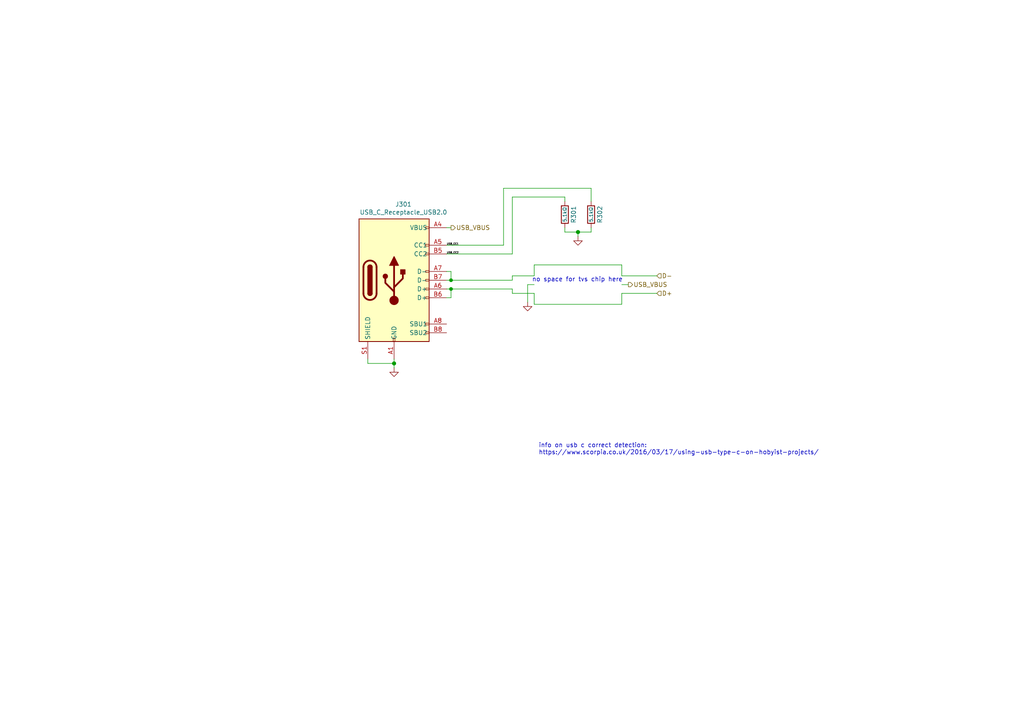
<source format=kicad_sch>
(kicad_sch (version 20230121) (generator eeschema)
  (paper "A4")
  (title_block (title "Moxie-Drive 24, vesc compatable motor controller") (date "2020-07-01") (rev "1.0") (company "Marshall Scholz"))
  (lib_symbols
    (symbol "24_control_board-rescue:GND-power-MoxiE_Control_board-rescue" (power) (pin_names (offset 0))
      (property "Value" "GND-power-MoxiE_Control_board-rescue" (at 0 -3.81 0))
      (symbol "GND-power-MoxiE_Control_board-rescue_0_1"
        (polyline (pts (xy 0 0) (xy 0 -1.27) (xy 1.27 -1.27) (xy 0 -2.54) (xy -1.27 -1.27) (xy 0 -1.27)))
      )
      (symbol "GND-power-MoxiE_Control_board-rescue_1_1"
        (pin power_in line (at 0 0 270) (length 0) hide (name "GND") (number "1"))
      )
    )
    (symbol "24_control_board-rescue:R-Device-MoxiE_Control_board-rescue" (pin_numbers hide) (pin_names (offset 0))
      (property "Reference" "R" (at 2.032 0 90))
      (property "Value" "R-Device-MoxiE_Control_board-rescue" (at 0 0 90))
      (symbol "R-Device-MoxiE_Control_board-rescue_0_1"
        (rectangle (start -1.016 -2.54) (end 1.016 2.54) (stroke (width 0.254)))
      )
      (symbol "R-Device-MoxiE_Control_board-rescue_1_1"
        (pin passive line (at 0 3.81 270) (length 1.27) (name "~") (number "1"))
        (pin passive line (at 0 -3.81 90) (length 1.27) (name "~") (number "2"))
      )
    )
    (symbol "Connector:USB_C_Receptacle_USB2.0"
      (property "Reference" "J" (at -10.16 19.05 0))
      (property "Value" "USB_C_Receptacle_USB2.0" (at 19.05 19.05 0))
      (symbol "USB_C_Receptacle_USB2.0_0_0"
        (rectangle (start -0.254 -17.78) (end 0.254 -16.764))
        (rectangle (start 10.16 -14.986) (end 9.144 -15.494))
        (rectangle (start 10.16 -12.446) (end 9.144 -12.954))
        (rectangle (start 10.16 -4.826) (end 9.144 -5.334))
        (rectangle (start 10.16 -2.286) (end 9.144 -2.794))
        (rectangle (start 10.16 0.254) (end 9.144 -0.254))
        (rectangle (start 10.16 2.794) (end 9.144 2.286))
        (rectangle (start 10.16 7.874) (end 9.144 7.366))
        (rectangle (start 10.16 10.414) (end 9.144 9.906))
        (rectangle (start 10.16 15.494) (end 9.144 14.986))
      )
      (symbol "USB_C_Receptacle_USB2.0_0_1"
        (rectangle (start -10.16 17.78) (end 10.16 -17.78) (stroke (width 0.254)) (fill (type background)))
        (arc (start -8.89 -3.81) (mid -6.985 -5.7067) (end -5.08 -3.81) (stroke (width 0.508)))
        (arc (start -7.62 -3.81) (mid -6.985 -4.4423) (end -6.35 -3.81) (stroke (width 0.254)))
        (arc (start -7.62 -3.81) (mid -6.985 -4.4423) (end -6.35 -3.81) (stroke (width 0.254)) (fill (type outline)))
        (rectangle (start -7.62 -3.81) (end -6.35 3.81) (stroke (width 0.254)) (fill (type outline)))
        (arc (start -6.35 3.81) (mid -6.985 4.4423) (end -7.62 3.81) (stroke (width 0.254)))
        (arc (start -6.35 3.81) (mid -6.985 4.4423) (end -7.62 3.81) (stroke (width 0.254)) (fill (type outline)))
        (arc (start -5.08 3.81) (mid -6.985 5.7067) (end -8.89 3.81) (stroke (width 0.508)))
        (circle (center -2.54 1.143) (radius 0.635) (stroke (width 0.254)) (fill (type outline)))
        (circle (center 0 -5.842) (radius 1.27) (fill (type outline)))
        (polyline (pts (xy -8.89 -3.81) (xy -8.89 3.81)) (stroke (width 0.508)))
        (polyline (pts (xy -5.08 3.81) (xy -5.08 -3.81)) (stroke (width 0.508)))
        (polyline (pts (xy 0 -5.842) (xy 0 4.318)) (stroke (width 0.508)))
        (polyline (pts (xy 0 -3.302) (xy -2.54 -0.762) (xy -2.54 0.508)) (stroke (width 0.508)))
        (polyline (pts (xy 0 -2.032) (xy 2.54 0.508) (xy 2.54 1.778)) (stroke (width 0.508)))
        (polyline (pts (xy -1.27 4.318) (xy 0 6.858) (xy 1.27 4.318) (xy -1.27 4.318)) (stroke (width 0.254)) (fill (type outline)))
        (rectangle (start 1.905 1.778) (end 3.175 3.048) (stroke (width 0.254)) (fill (type outline)))
      )
      (symbol "USB_C_Receptacle_USB2.0_1_1"
        (pin power_in line (at 0 -22.86 90) (length 5.08) (name "GND") (number "A1"))
        (pin passive line (at 0 -22.86 90) (length 5.08) hide (name "GND") (number "A12"))
        (pin power_in line (at 15.24 15.24 180) (length 5.08) (name "VBUS") (number "A4"))
        (pin bidirectional line (at 15.24 10.16 180) (length 5.08) (name "CC1") (number "A5"))
        (pin bidirectional line (at 15.24 -2.54 180) (length 5.08) (name "D+") (number "A6"))
        (pin bidirectional line (at 15.24 2.54 180) (length 5.08) (name "D-") (number "A7"))
        (pin bidirectional line (at 15.24 -12.7 180) (length 5.08) (name "SBU1") (number "A8"))
        (pin passive line (at 15.24 15.24 180) (length 5.08) hide (name "VBUS") (number "A9"))
        (pin passive line (at 0 -22.86 90) (length 5.08) hide (name "GND") (number "B1"))
        (pin passive line (at 0 -22.86 90) (length 5.08) hide (name "GND") (number "B12"))
        (pin passive line (at 15.24 15.24 180) (length 5.08) hide (name "VBUS") (number "B4"))
        (pin bidirectional line (at 15.24 7.62 180) (length 5.08) (name "CC2") (number "B5"))
        (pin bidirectional line (at 15.24 -5.08 180) (length 5.08) (name "D+") (number "B6"))
        (pin bidirectional line (at 15.24 0 180) (length 5.08) (name "D-") (number "B7"))
        (pin bidirectional line (at 15.24 -15.24 180) (length 5.08) (name "SBU2") (number "B8"))
        (pin passive line (at 15.24 15.24 180) (length 5.08) hide (name "VBUS") (number "B9"))
        (pin passive line (at -7.62 -22.86 90) (length 5.08) (name "SHIELD") (number "S1"))
      )
    )
  )
  (junction (at 114.3 105.41) (diameter 1.016))
  (junction (at 130.81 83.82))
  (junction (at 167.64 67.31) (diameter 1.016))
  (junction (at 130.81 81.28))
  (wire (pts (xy 148.59 73.66) (xy 148.59 57.15)))
  (wire (pts (xy 180.34 76.835) (xy 154.94 76.835)))
  (wire (pts (xy 129.54 73.66) (xy 148.59 73.66)))
  (wire (pts (xy 130.81 78.74) (xy 130.81 81.28)))
  (wire (pts (xy 154.94 88.265) (xy 180.34 88.265)))
  (wire (pts (xy 129.54 81.28) (xy 130.81 81.28)))
  (wire (pts (xy 154.94 76.835) (xy 154.94 80.01)))
  (wire (pts (xy 163.83 66.04) (xy 163.83 67.31)))
  (wire (pts (xy 129.54 78.74) (xy 130.81 78.74)))
  (wire (pts (xy 130.81 81.28) (xy 148.59 81.28)))
  (wire (pts (xy 114.3 105.41) (xy 114.3 104.14)))
  (wire (pts (xy 154.94 82.55) (xy 153.035 82.55)))
  (wire (pts (xy 153.035 82.55) (xy 153.035 87.63)))
  (wire (pts (xy 171.45 54.61) (xy 171.45 58.42)))
  (wire (pts (xy 163.83 67.31) (xy 167.64 67.31)))
  (wire (pts (xy 148.59 85.09) (xy 148.59 83.82)))
  (wire (pts (xy 129.54 86.36) (xy 130.81 86.36)))
  (wire (pts (xy 180.34 80.01) (xy 190.5 80.01)))
  (wire (pts (xy 154.94 85.09) (xy 148.59 85.09)))
  (wire (pts (xy 154.94 85.09) (xy 154.94 88.265)))
  (wire (pts (xy 167.64 68.58) (xy 167.64 67.31)))
  (wire (pts (xy 180.34 88.265) (xy 180.34 85.09)))
  (wire (pts (xy 180.34 85.09) (xy 190.5 85.09)))
  (wire (pts (xy 171.45 67.31) (xy 171.45 66.04)))
  (wire (pts (xy 106.68 105.41) (xy 114.3 105.41)))
  (wire (pts (xy 130.81 86.36) (xy 130.81 83.82)))
  (wire (pts (xy 167.64 67.31) (xy 171.45 67.31)))
  (wire (pts (xy 180.34 80.01) (xy 180.34 76.835)))
  (wire (pts (xy 129.54 83.82) (xy 130.81 83.82)))
  (wire (pts (xy 130.81 66.04) (xy 129.54 66.04)))
  (wire (pts (xy 180.34 82.55) (xy 182.245 82.55)))
  (wire (pts (xy 146.05 54.61) (xy 146.05 71.12)))
  (wire (pts (xy 171.45 54.61) (xy 146.05 54.61)))
  (wire (pts (xy 106.68 104.14) (xy 106.68 105.41)))
  (wire (pts (xy 114.3 106.68) (xy 114.3 105.41)))
  (wire (pts (xy 129.54 71.12) (xy 146.05 71.12)))
  (wire (pts (xy 148.59 80.01) (xy 154.94 80.01)))
  (wire (pts (xy 148.59 81.28) (xy 148.59 80.01)))
  (wire (pts (xy 148.59 57.15) (xy 163.83 57.15)))
  (wire (pts (xy 130.81 83.82) (xy 148.59 83.82)))
  (wire (pts (xy 163.83 58.42) (xy 163.83 57.15)))
  (text "info on usb c correct detection:\nhttps://www.scorpia.co.uk/2016/03/17/using-usb-type-c-on-hobyist-projects/" (at 156.21 132.08 0) (effects (font (size 1.27 1.27)) (justify left bottom)))
  (text "no space for tvs chip here" (at 154.305 81.915 0) (effects (font (size 1.27 1.27)) (justify left bottom)))
  (label "USB_CC2" (at 129.54 73.66 0) (effects (font (size 0.5 0.5))))
  (label "USB_CC1" (at 129.54 71.12 0) (effects (font (size 0.5 0.5))))
  (hierarchical_label "USB_VBUS" (shape output) (at 182.245 82.55 0))
  (hierarchical_label "D-" (shape input) (at 190.5 80.01 0))
  (hierarchical_label "USB_VBUS" (shape output) (at 130.81 66.04 0))
  (hierarchical_label "D+" (shape input) (at 190.5 85.09 0))
  (symbol (lib_id "24_control_board-rescue:GND-power-MoxiE_Control_board-rescue") (at 114.3 106.68 0) (unit 1)
    (property "Reference" "#PWR0301" (effects hide))
    (property "Value" "GND" (effects hide))
  )
  (symbol (lib_id "24_control_board-rescue:GND-power-MoxiE_Control_board-rescue") (at 167.64 68.58 0) (unit 1)
    (property "Reference" "#PWR0303" (effects hide))
    (property "Value" "GND" (effects hide))
  )
  (symbol (lib_id "24_control_board-rescue:GND-power-MoxiE_Control_board-rescue") (at 153.035 87.63 0) (unit 1)
    (property "Reference" "#PWR0302" (effects hide))
    (property "Value" "GND" (effects hide))
  )
  (symbol (lib_id "Connector:USB_C_Receptacle_USB2.0") (at 114.3 81.28 0) (unit 1)
    (property "Reference" "J301" (at 117.0178 59.2582 0))
    (property "Value" "USB_C_Receptacle_USB2.0" (at 117.0178 61.5696 0))
    (property "Footprint" "footprints:USB-C-SMD_YTC-TC16S-26-A" (effects hide))
    (property "Datasheet" "https://www.usb.org/sites/default/files/documents/usb_type-c.zip" (effects hide))
  )
  (symbol (lib_id "24_control_board-rescue:R-Device-MoxiE_Control_board-rescue") (at 171.45 62.23 180) (unit 1)
    (property "Reference" "R302" (at 173.99 62.23 90))
    (property "Value" "5.1kΩ" (at 171.45 62.23 90) (effects (font (size 1 1))))
    (property "Footprint" "pkl_dipol:R_0402" (effects hide))
  )
  (symbol (lib_id "24_control_board-rescue:R-Device-MoxiE_Control_board-rescue") (at 163.83 62.23 180) (unit 1)
    (property "Reference" "R301" (at 166.37 62.23 90))
    (property "Value" "5.1kΩ" (at 163.83 62.23 90) (effects (font (size 1 1))))
    (property "Footprint" "pkl_dipol:R_0402" (effects hide))
  )
)
</source>
